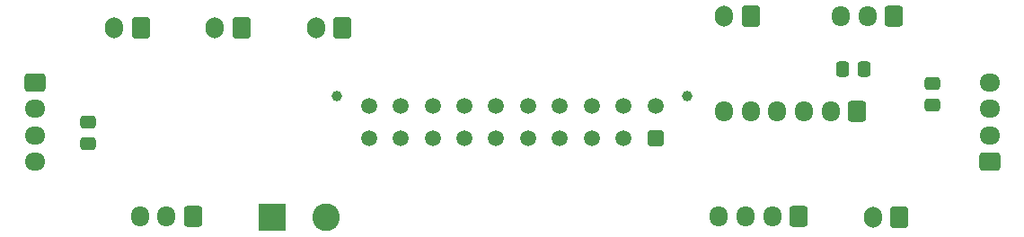
<source format=gbr>
%TF.GenerationSoftware,KiCad,Pcbnew,(6.0.1)*%
%TF.CreationDate,2022-01-25T20:37:15+01:00*%
%TF.ProjectId,V0-UmbilicalBoard,56302d55-6d62-4696-9c69-63616c426f61,rev?*%
%TF.SameCoordinates,Original*%
%TF.FileFunction,Soldermask,Bot*%
%TF.FilePolarity,Negative*%
%FSLAX46Y46*%
G04 Gerber Fmt 4.6, Leading zero omitted, Abs format (unit mm)*
G04 Created by KiCad (PCBNEW (6.0.1)) date 2022-01-25 20:37:15*
%MOMM*%
%LPD*%
G01*
G04 APERTURE LIST*
G04 Aperture macros list*
%AMRoundRect*
0 Rectangle with rounded corners*
0 $1 Rounding radius*
0 $2 $3 $4 $5 $6 $7 $8 $9 X,Y pos of 4 corners*
0 Add a 4 corners polygon primitive as box body*
4,1,4,$2,$3,$4,$5,$6,$7,$8,$9,$2,$3,0*
0 Add four circle primitives for the rounded corners*
1,1,$1+$1,$2,$3*
1,1,$1+$1,$4,$5*
1,1,$1+$1,$6,$7*
1,1,$1+$1,$8,$9*
0 Add four rect primitives between the rounded corners*
20,1,$1+$1,$2,$3,$4,$5,0*
20,1,$1+$1,$4,$5,$6,$7,0*
20,1,$1+$1,$6,$7,$8,$9,0*
20,1,$1+$1,$8,$9,$2,$3,0*%
G04 Aperture macros list end*
%ADD10C,1.000000*%
%ADD11RoundRect,0.250001X0.499999X0.499999X-0.499999X0.499999X-0.499999X-0.499999X0.499999X-0.499999X0*%
%ADD12C,1.500000*%
%ADD13RoundRect,0.250000X0.600000X0.750000X-0.600000X0.750000X-0.600000X-0.750000X0.600000X-0.750000X0*%
%ADD14O,1.700000X2.000000*%
%ADD15RoundRect,0.250000X0.600000X0.725000X-0.600000X0.725000X-0.600000X-0.725000X0.600000X-0.725000X0*%
%ADD16O,1.700000X1.950000*%
%ADD17R,2.600000X2.600000*%
%ADD18C,2.600000*%
%ADD19RoundRect,0.250000X0.725000X-0.600000X0.725000X0.600000X-0.725000X0.600000X-0.725000X-0.600000X0*%
%ADD20O,1.950000X1.700000*%
%ADD21RoundRect,0.250000X-0.725000X0.600000X-0.725000X-0.600000X0.725000X-0.600000X0.725000X0.600000X0*%
%ADD22RoundRect,0.250000X0.475000X-0.337500X0.475000X0.337500X-0.475000X0.337500X-0.475000X-0.337500X0*%
%ADD23RoundRect,0.250000X0.337500X0.475000X-0.337500X0.475000X-0.337500X-0.475000X0.337500X-0.475000X0*%
%ADD24RoundRect,0.250000X-0.475000X0.337500X-0.475000X-0.337500X0.475000X-0.337500X0.475000X0.337500X0*%
G04 APERTURE END LIST*
D10*
%TO.C,J1*%
X116500000Y-97560000D03*
X83500000Y-97560000D03*
D11*
X113500000Y-101500000D03*
D12*
X110500000Y-101500000D03*
X107500000Y-101500000D03*
X104500000Y-101500000D03*
X101500000Y-101500000D03*
X98500000Y-101500000D03*
X95500000Y-101500000D03*
X92500000Y-101500000D03*
X89500000Y-101500000D03*
X86500000Y-101500000D03*
X113500000Y-98500000D03*
X110500000Y-98500000D03*
X107500000Y-98500000D03*
X104500000Y-98500000D03*
X101500000Y-98500000D03*
X98500000Y-98500000D03*
X95500000Y-98500000D03*
X92500000Y-98500000D03*
X89500000Y-98500000D03*
X86500000Y-98500000D03*
%TD*%
D13*
%TO.C,J3*%
X74500000Y-91110000D03*
D14*
X72000000Y-91110000D03*
%TD*%
D13*
%TO.C,J4*%
X84000000Y-91110000D03*
D14*
X81500000Y-91110000D03*
%TD*%
D13*
%TO.C,J6*%
X65000000Y-91110000D03*
D14*
X62500000Y-91110000D03*
%TD*%
D13*
%TO.C,J7*%
X122500000Y-90000000D03*
D14*
X120000000Y-90000000D03*
%TD*%
D13*
%TO.C,J8*%
X136500000Y-109000000D03*
D14*
X134000000Y-109000000D03*
%TD*%
D15*
%TO.C,J2*%
X127000000Y-108890000D03*
D16*
X124500000Y-108890000D03*
X122000000Y-108890000D03*
X119500000Y-108890000D03*
%TD*%
D17*
%TO.C,J5*%
X77420000Y-109000000D03*
D18*
X82500000Y-109000000D03*
%TD*%
D15*
%TO.C,J9*%
X136000000Y-90000000D03*
D16*
X133500000Y-90000000D03*
X131000000Y-90000000D03*
%TD*%
D19*
%TO.C,J10*%
X145000000Y-103750000D03*
D20*
X145000000Y-101250000D03*
X145000000Y-98750000D03*
X145000000Y-96250000D03*
%TD*%
D21*
%TO.C,J11*%
X55000000Y-96250000D03*
D20*
X55000000Y-98750000D03*
X55000000Y-101250000D03*
X55000000Y-103750000D03*
%TD*%
D22*
%TO.C,C1*%
X139600000Y-98400000D03*
X139600000Y-96325000D03*
%TD*%
D23*
%TO.C,C2*%
X133200000Y-95000000D03*
X131125000Y-95000000D03*
%TD*%
D24*
%TO.C,C3*%
X60000000Y-99962500D03*
X60000000Y-102037500D03*
%TD*%
D15*
%TO.C,J12*%
X69928000Y-108890000D03*
D16*
X67428000Y-108890000D03*
X64928000Y-108890000D03*
%TD*%
D15*
%TO.C,J13*%
X132500000Y-99000000D03*
D16*
X130000000Y-99000000D03*
X127500000Y-99000000D03*
X125000000Y-99000000D03*
X122500000Y-99000000D03*
X120000000Y-99000000D03*
%TD*%
M02*

</source>
